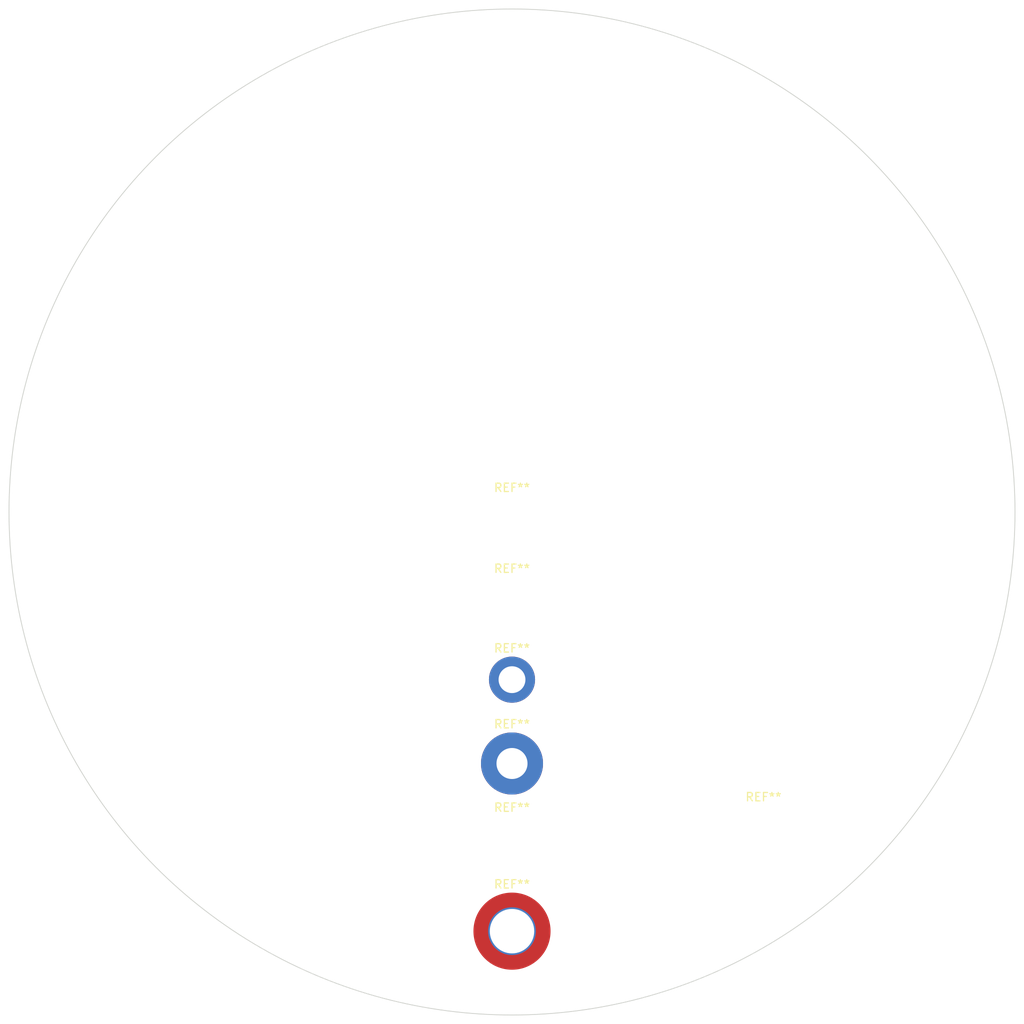
<source format=kicad_pcb>
(kicad_pcb (version 20240108) (generator "pcbnew") (generator_version "8.0")
  (layers (0 "F.Cu" signal) (31 "B.Cu" signal) (34 "B.Paste" user) (35 "F.Paste" user) (36 "B.SilkS" user "B.Silkscreen") (37 "F.SilkS" user "F.Silkscreen") (38 "B.Mask" user) (39 "F.Mask" user) (44 "Edge.Cuts" user))
  (net 0 "")
  (footprint "MountingHole:MountingHole_2.2mm_M2_DIN965" (layer "F.Cu") (at 100 100)
    (property "Reference" "REF**" (at 0 -2.9 0) (layer "F.SilkS"))
    (property "Value" "MountingHole_2.2mm_M2_DIN965")
    (pad "" np_thru_hole circle (at 0 0) (size 2.2 2.2) (drill 2.2) (layers "*.Cu" "*.Mask"))
  )
  (footprint "MountingHole:MountingHole_5.3mm_M5_DIN965_Pad_TopOnly" (layer "F.Cu") (at 100 150)
    (property "Reference" "REF**" (at 0 -5.6 0) (layer "F.SilkS"))
    (property "Value" "MountingHole_5.3mm_M5_DIN965_Pad_TopOnly")
    (pad "1" thru_hole circle (at 0 0) (size 5.7 5.7) (drill 5.3) (layers "*.Cu" "*.Mask"))
    (pad "1" connect circle (at 0 0) (size 9.2 9.2) (layers "F.Cu" "F.Mask"))
  )
  (footprint "MountingHole:MountingHole_2.7mm_M2.5_ISO7380" (layer "F.Cu") (at 100 110)
    (property "Reference" "REF**" (at 0 -3.25 0) (layer "F.SilkS"))
    (property "Value" "MountingHole_2.7mm_M2.5_ISO7380")
    (pad "" np_thru_hole circle (at 0 0) (size 2.7 2.7) (drill 2.7) (layers "*.Cu" "*.Mask"))
  )
  (footprint "MountingHole:MountingHole_4.3mm_M4_DIN965" (layer "F.Cu") (at 100 140)
    (property "Reference" "REF**" (at 0 -4.75 0) (layer "F.SilkS"))
    (property "Value" "MountingHole_4.3mm_M4_DIN965")
    (pad "" np_thru_hole circle (at 0 0) (size 4.3 4.3) (drill 4.3) (layers "*.Cu" "*.Mask"))
  )
  (footprint "MountingHole:MountingHole_6.4mm_M6_ISO14580" (layer "F.Cu") (at 130 140)
    (property "Reference" "REF**" (at 0 -6 0) (layer "F.SilkS"))
    (property "Value" "MountingHole_6.4mm_M6_ISO14580")
    (pad "" np_thru_hole circle (at 0 0) (size 6.4 6.4) (drill 6.4) (layers "*.Cu" "*.Mask"))
  )
  (footprint "MountingHole:MountingHole_3.7mm_Pad_TopBottom" (layer "F.Cu") (at 100 130)
    (property "Reference" "REF**" (at 0 -4.7 0) (layer "F.SilkS"))
    (property "Value" "MountingHole_3.7mm_Pad_TopBottom")
    (pad "1" thru_hole circle (at 0 0) (size 4.1 4.1) (drill 3.7) (layers "*.Cu" "*.Mask"))
    (pad "1" connect circle (at 0 0) (size 7.4 7.4) (layers "F.Cu" "F.Mask"))
    (pad "1" connect circle (at 0 0) (size 7.4 7.4) (layers "B.Cu" "B.Mask"))
  )
  (footprint "MountingHole:MountingHole_3.2mm_M3_ISO14580_Pad" (layer "F.Cu") (at 100 120)
    (property "Reference" "REF**" (at 0 -3.75 0) (layer "F.SilkS"))
    (property "Value" "MountingHole_3.2mm_M3_ISO14580_Pad")
    (pad "1" thru_hole circle (at 0 0) (size 5.5 5.5) (drill 3.2) (layers "*.Cu" "*.Mask"))
  )
  (gr_circle (center 100 100) (end 160 100) (stroke (width 0.1)) (fill none) (layer "Edge.Cuts"))
)
</source>
